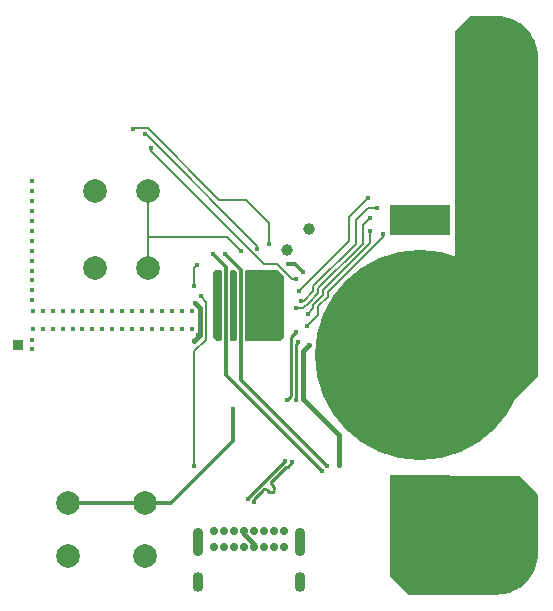
<source format=gbr>
%TF.GenerationSoftware,KiCad,Pcbnew,8.0.7*%
%TF.CreationDate,2025-01-28T02:45:22+13:00*%
%TF.ProjectId,Housens-L,486f7573-656e-4732-9d4c-2e6b69636164,001*%
%TF.SameCoordinates,Original*%
%TF.FileFunction,Copper,L4,Bot*%
%TF.FilePolarity,Positive*%
%FSLAX46Y46*%
G04 Gerber Fmt 4.6, Leading zero omitted, Abs format (unit mm)*
G04 Created by KiCad (PCBNEW 8.0.7) date 2025-01-28 02:45:22*
%MOMM*%
%LPD*%
G01*
G04 APERTURE LIST*
%TA.AperFunction,HeatsinkPad*%
%ADD10C,0.500000*%
%TD*%
%TA.AperFunction,ComponentPad*%
%ADD11R,0.900000X0.900000*%
%TD*%
%TA.AperFunction,ComponentPad*%
%ADD12C,5.600000*%
%TD*%
%TA.AperFunction,ComponentPad*%
%ADD13C,0.700000*%
%TD*%
%TA.AperFunction,ComponentPad*%
%ADD14O,0.900000X2.400000*%
%TD*%
%TA.AperFunction,ComponentPad*%
%ADD15O,0.900000X1.700000*%
%TD*%
%TA.AperFunction,ComponentPad*%
%ADD16C,2.000000*%
%TD*%
%TA.AperFunction,ComponentPad*%
%ADD17C,1.000000*%
%TD*%
%TA.AperFunction,SMDPad,CuDef*%
%ADD18R,5.100000X2.500000*%
%TD*%
%TA.AperFunction,SMDPad,CuDef*%
%ADD19C,17.800000*%
%TD*%
%TA.AperFunction,ViaPad*%
%ADD20C,0.400000*%
%TD*%
%TA.AperFunction,ViaPad*%
%ADD21C,0.450000*%
%TD*%
%TA.AperFunction,ViaPad*%
%ADD22C,0.500000*%
%TD*%
%TA.AperFunction,Conductor*%
%ADD23C,0.400000*%
%TD*%
%TA.AperFunction,Conductor*%
%ADD24C,0.300000*%
%TD*%
%TA.AperFunction,Conductor*%
%ADD25C,0.200000*%
%TD*%
%TA.AperFunction,Conductor*%
%ADD26C,0.275000*%
%TD*%
G04 APERTURE END LIST*
D10*
%TO.P,U4,49,VSS*%
%TO.N,GND*%
X87550000Y-102450000D03*
X86275000Y-102450000D03*
X85000000Y-102450000D03*
X83725000Y-102450000D03*
X82450000Y-102450000D03*
X87550000Y-103725000D03*
X86275000Y-103725000D03*
X85000000Y-103725000D03*
X83725000Y-103725000D03*
X82450000Y-103725000D03*
X87550000Y-105000000D03*
X86275000Y-105000000D03*
X85000000Y-105000000D03*
X83725000Y-105000000D03*
X82450000Y-105000000D03*
X87550000Y-106275000D03*
X86275000Y-106275000D03*
X85000000Y-106275000D03*
X83725000Y-106275000D03*
X82450000Y-106275000D03*
X87550000Y-107550000D03*
X86275000Y-107550000D03*
X85000000Y-107550000D03*
X83725000Y-107550000D03*
X82450000Y-107550000D03*
%TD*%
D11*
%TO.P,AE1,2*%
%TO.N,N/C*%
X65525000Y-108350000D03*
%TD*%
D12*
%TO.P,H2,1,1*%
%TO.N,GND*%
X106000000Y-84000000D03*
%TD*%
%TO.P,H3,1,1*%
%TO.N,+BATT*%
X106000000Y-126000000D03*
%TD*%
D13*
%TO.P,J2,A1,GND*%
%TO.N,GND*%
X82050000Y-124100000D03*
%TO.P,J2,A4,VBUS*%
%TO.N,Net-(J2-VBUS-PadA4)*%
X82900000Y-124100000D03*
%TO.P,J2,A5,CC1*%
%TO.N,unconnected-(J2-CC1-PadA5)*%
X83750000Y-124100000D03*
%TO.P,J2,A6,D+*%
%TO.N,/USB_D_P*%
X84600000Y-124100000D03*
%TO.P,J2,A7,D-*%
%TO.N,/USB_D_N*%
X85450000Y-124100000D03*
%TO.P,J2,A8*%
%TO.N,N/C*%
X86300000Y-124100000D03*
%TO.P,J2,A9,VBUS*%
%TO.N,Net-(J2-VBUS-PadA4)*%
X87150000Y-124100000D03*
%TO.P,J2,A12,GND*%
%TO.N,GND*%
X88000000Y-124100000D03*
%TO.P,J2,B1,GND*%
X88000000Y-125450000D03*
%TO.P,J2,B4,VBUS*%
%TO.N,Net-(J2-VBUS-PadA4)*%
X87150000Y-125450000D03*
%TO.P,J2,B5,CC2*%
%TO.N,unconnected-(J2-CC2-PadB5)*%
X86300000Y-125450000D03*
%TO.P,J2,B6,D+*%
%TO.N,/USB_D_P*%
X85450000Y-125450000D03*
%TO.P,J2,B7,D-*%
%TO.N,/USB_D_N*%
X84600000Y-125450000D03*
%TO.P,J2,B8*%
%TO.N,N/C*%
X83750000Y-125450000D03*
%TO.P,J2,B9,VBUS*%
%TO.N,Net-(J2-VBUS-PadA4)*%
X82900000Y-125450000D03*
%TO.P,J2,B12,GND*%
%TO.N,GND*%
X82050000Y-125450000D03*
D14*
%TO.P,J2,S1,SHIELD*%
X80700000Y-125080000D03*
D15*
X80700000Y-128460000D03*
D14*
X89350000Y-125080000D03*
D15*
X89350000Y-128460000D03*
%TD*%
D16*
%TO.P,SW2,1,1*%
%TO.N,GND*%
X76250000Y-126250000D03*
X69750000Y-126250000D03*
%TO.P,SW2,2,2*%
%TO.N,/USER_BTN*%
X76250000Y-121750000D03*
X69750000Y-121750000D03*
%TD*%
D17*
%TO.P,Y2,1*%
%TO.N,Net-(U4-PC14)*%
X88300000Y-100300000D03*
%TO.P,Y2,2*%
%TO.N,Net-(U4-PC15)*%
X90096051Y-98503949D03*
%TD*%
D18*
%TO.P,BT1,1,+*%
%TO.N,+BATT*%
X99500000Y-120650000D03*
D19*
%TO.P,BT1,2,-*%
%TO.N,GND*%
X99500000Y-109200000D03*
D18*
%TO.P,BT1,3*%
%TO.N,N/C*%
X99500000Y-97750000D03*
%TD*%
D16*
%TO.P,SW1,1,1*%
%TO.N,GND*%
X72000000Y-95300000D03*
X72000000Y-101800000D03*
%TO.P,SW1,2,2*%
%TO.N,Net-(U4-NRST)*%
X76500000Y-95300000D03*
X76500000Y-101800000D03*
%TD*%
D20*
%TO.N,+BATT*%
X89600000Y-102200000D03*
X92650000Y-118500000D03*
X88330000Y-101540000D03*
X90100000Y-108400000D03*
D21*
%TO.N,GND*%
X73461112Y-107000000D03*
X66700000Y-96177778D03*
X80183334Y-105500000D03*
D20*
X103980000Y-93120000D03*
D21*
X78502778Y-107000000D03*
D22*
X107975000Y-100975000D03*
D21*
X66738889Y-105500000D03*
X74301389Y-107000000D03*
X66700000Y-94497222D03*
X66700000Y-107900000D03*
X66700000Y-99538889D03*
X74301389Y-105500000D03*
X66700000Y-103740278D03*
X75141667Y-105500000D03*
X75141667Y-107000000D03*
X66700000Y-102059722D03*
X66700000Y-102900000D03*
X66700000Y-97018056D03*
X71780556Y-107000000D03*
X79343056Y-107000000D03*
X70940278Y-105500000D03*
X67579167Y-105500000D03*
D20*
X103960000Y-95660000D03*
D22*
X104975000Y-91975000D03*
D21*
X77662500Y-105500000D03*
X66738889Y-107000000D03*
X76822223Y-107000000D03*
X66700000Y-95337500D03*
X80183334Y-107000000D03*
X70940278Y-107000000D03*
X68419445Y-105500000D03*
X79343056Y-105500000D03*
D20*
X103920000Y-96930000D03*
D21*
X67579167Y-107000000D03*
D22*
X107975000Y-103975000D03*
D21*
X72620834Y-105500000D03*
X66700000Y-101219445D03*
X66700000Y-104580556D03*
X71780556Y-105500000D03*
X70100000Y-105500000D03*
X66700000Y-108740278D03*
D22*
X107975000Y-91975000D03*
D21*
X66700000Y-98698611D03*
D22*
X107975000Y-94975000D03*
D21*
X66700000Y-100379167D03*
D22*
X107975000Y-97975000D03*
D21*
X75981945Y-107000000D03*
X69259723Y-105500000D03*
X66700000Y-97858333D03*
X77662500Y-107000000D03*
X76822223Y-105500000D03*
X70100000Y-107000000D03*
X75981945Y-105500000D03*
D22*
X107975000Y-88975000D03*
X104975000Y-88975000D03*
D21*
X68419445Y-107000000D03*
X73461112Y-105500000D03*
X78502778Y-105500000D03*
X69259723Y-107000000D03*
X72620834Y-107000000D03*
D20*
%TO.N,+1V8*%
X80500000Y-104800000D03*
X80700000Y-107500000D03*
X80400000Y-108000000D03*
%TO.N,/I2C1_SCL*%
X86700000Y-99800000D03*
X75250000Y-90050000D03*
%TO.N,/I2C1_SDA*%
X76750000Y-91659314D03*
X89000000Y-102750000D03*
%TO.N,Net-(U4-NRST)*%
X84400000Y-100400000D03*
%TO.N,/SPI1_MOSI*%
X80633861Y-101566139D03*
X80400000Y-103400000D03*
%TO.N,/FUEL_CTL*%
X91250000Y-119050000D03*
X82000000Y-100650000D03*
%TO.N,/SWDIO_JTMS*%
X96400000Y-99000000D03*
X89987500Y-106750000D03*
%TO.N,/JTDI*%
X89050000Y-105250000D03*
X95300000Y-97600000D03*
%TO.N,/JTRST*%
X89274991Y-103821445D03*
X95150000Y-95942893D03*
%TO.N,/SWCLK_JTCK*%
X90000000Y-105750000D03*
X95300000Y-98700000D03*
%TO.N,/SWTRACE_JTDO*%
X95850000Y-96750000D03*
X89425000Y-104675000D03*
%TO.N,/USB_D_N*%
X89200000Y-108100000D03*
X89000000Y-113000000D03*
X85452599Y-121623377D03*
X88700000Y-118300000D03*
%TO.N,/USB_D_P*%
X88100000Y-118200000D03*
X88299997Y-113000000D03*
X89062500Y-107250000D03*
X84950000Y-121400000D03*
%TO.N,/OPT_INT*%
X76250000Y-90522917D03*
X85735357Y-100228249D03*
%TO.N,/USB_DETECT*%
X80950000Y-104250000D03*
X80400000Y-118600000D03*
%TO.N,/FUEL_ADC*%
X83000000Y-100650000D03*
X91650000Y-118600000D03*
%TO.N,/USER_BTN*%
X83700000Y-113800000D03*
%TD*%
D23*
%TO.N,+BATT*%
X89600000Y-112952187D02*
X92650000Y-116002187D01*
X90100000Y-108400000D02*
X89600000Y-108900000D01*
X92650000Y-116002187D02*
X92650000Y-118500000D01*
D24*
X89600000Y-102200000D02*
X88930000Y-101530000D01*
D23*
X89600000Y-108900000D02*
X89600000Y-112952187D01*
D24*
X88930000Y-101530000D02*
X88340000Y-101530000D01*
X88340000Y-101530000D02*
X88330000Y-101540000D01*
D23*
%TO.N,+1V8*%
X80900000Y-105200000D02*
X80900000Y-107500000D01*
D25*
X80700000Y-107700000D02*
X80700000Y-107500000D01*
X80700000Y-107500000D02*
X80705307Y-107505307D01*
D23*
X80900000Y-107500000D02*
X80400000Y-108000000D01*
X80500000Y-104800000D02*
X80900000Y-105200000D01*
D25*
X80400000Y-108000000D02*
X80700000Y-107700000D01*
%TO.N,/I2C1_SCL*%
X82534190Y-96100000D02*
X76457107Y-90022917D01*
X86700000Y-99800000D02*
X86700000Y-98013603D01*
X75277083Y-90022917D02*
X75250000Y-90050000D01*
X86700000Y-98013603D02*
X84786397Y-96100000D01*
X76457107Y-90022917D02*
X75277083Y-90022917D01*
X84786397Y-96100000D02*
X82534190Y-96100000D01*
%TO.N,/I2C1_SDA*%
X76750000Y-91950000D02*
X76750000Y-91659314D01*
X88650000Y-102750000D02*
X87400000Y-101500000D01*
X86300000Y-101500000D02*
X76750000Y-91950000D01*
X87400000Y-101500000D02*
X86300000Y-101500000D01*
X89000000Y-102750000D02*
X88650000Y-102750000D01*
%TO.N,Net-(U4-NRST)*%
X84400000Y-100400000D02*
X83200000Y-99200000D01*
X76500000Y-95300000D02*
X76500000Y-99200000D01*
X76500000Y-99200000D02*
X76500000Y-101800000D01*
X83200000Y-99200000D02*
X76500000Y-99200000D01*
%TO.N,/SPI1_MOSI*%
X80400000Y-101800000D02*
X80400000Y-103400000D01*
X80633861Y-101566139D02*
X80400000Y-101800000D01*
D24*
%TO.N,/FUEL_CTL*%
X83075000Y-101725000D02*
X82000000Y-100650000D01*
X83075000Y-110875000D02*
X83075000Y-101725000D01*
X91250000Y-119050000D02*
X83075000Y-110875000D01*
D25*
%TO.N,/SWDIO_JTMS*%
X91700000Y-103900000D02*
X91700000Y-104300000D01*
X96400000Y-99000000D02*
X96400000Y-99200000D01*
X96400000Y-99200000D02*
X91700000Y-103900000D01*
X89987500Y-106750000D02*
X89987500Y-106737500D01*
X90900000Y-105100000D02*
X90900000Y-105837500D01*
X90900000Y-105837500D02*
X89987500Y-106750000D01*
X91700000Y-104300000D02*
X90900000Y-105100000D01*
%TO.N,/JTDI*%
X90900000Y-103968628D02*
X90100000Y-104768628D01*
X90100000Y-104800000D02*
X89650000Y-105250000D01*
X89650000Y-105250000D02*
X89050000Y-105250000D01*
X90900000Y-103568628D02*
X90900000Y-103968628D01*
X94700000Y-98200000D02*
X94700000Y-99768628D01*
X94700000Y-99768628D02*
X90900000Y-103568628D01*
X95300000Y-97600000D02*
X94700000Y-98200000D01*
X90100000Y-104768628D02*
X90100000Y-104800000D01*
%TO.N,/JTRST*%
X93550000Y-99546436D02*
X89274991Y-103821445D01*
X95150000Y-95942893D02*
X95123652Y-95942893D01*
X95123652Y-95942893D02*
X93550000Y-97516545D01*
X93550000Y-97516545D02*
X93550000Y-99546436D01*
%TO.N,/SWCLK_JTCK*%
X95300000Y-98700000D02*
X95300000Y-99734314D01*
X95300000Y-99734314D02*
X91300000Y-103734314D01*
X91300000Y-103734314D02*
X91300000Y-104134314D01*
X90500000Y-105250000D02*
X90000000Y-105750000D01*
X91300000Y-104134314D02*
X90500000Y-104934314D01*
X90500000Y-104934314D02*
X90500000Y-105250000D01*
%TO.N,/SWTRACE_JTDO*%
X94100000Y-97800000D02*
X94100000Y-99802942D01*
X95850000Y-96750000D02*
X95150000Y-96750000D01*
X90500000Y-103802942D02*
X89700000Y-104602942D01*
X90500000Y-103402942D02*
X90500000Y-103802942D01*
X94100000Y-99802942D02*
X90500000Y-103402942D01*
X89700000Y-104634314D02*
X89659314Y-104675000D01*
X89700000Y-104602942D02*
X89700000Y-104634314D01*
X89659314Y-104675000D02*
X89425000Y-104675000D01*
X95150000Y-96750000D02*
X94100000Y-97800000D01*
D26*
%TO.N,/USB_D_N*%
X89000000Y-108300000D02*
X89000000Y-113000000D01*
X86997607Y-119882719D02*
X87082461Y-119797868D01*
X88312500Y-118687500D02*
X88700000Y-118300000D01*
X87060076Y-120793717D02*
X87144928Y-120708864D01*
X85452599Y-121623377D02*
X85452599Y-121427731D01*
X87533943Y-119346387D02*
X88192830Y-118687500D01*
X87144928Y-120369452D02*
X86997607Y-120222131D01*
X85452599Y-121427731D02*
X86233933Y-120646397D01*
X89200000Y-108100000D02*
X89000000Y-108300000D01*
X86573344Y-120646397D02*
X86720664Y-120793717D01*
X88192830Y-118687500D02*
X88312500Y-118687500D01*
X87082461Y-119797868D02*
X87533943Y-119346387D01*
X86997607Y-120222131D02*
G75*
G02*
X86997582Y-119882694I169693J169731D01*
G01*
X86720664Y-120793717D02*
G75*
G03*
X87060076Y-120793717I169706J169704D01*
G01*
X87144928Y-120708864D02*
G75*
G03*
X87144886Y-120369494I-169728J169664D01*
G01*
X86233933Y-120646397D02*
G75*
G02*
X86573344Y-120646396I169706J-169707D01*
G01*
D23*
%TO.N,/USB_D_P*%
X84600000Y-124389339D02*
X85450000Y-125239339D01*
D26*
X88624999Y-112674998D02*
X88299997Y-113000000D01*
X88624999Y-107675001D02*
X88624999Y-112674998D01*
X89050000Y-107250000D02*
X88624999Y-107675001D01*
D23*
X85450000Y-125239339D02*
X85450000Y-125450000D01*
D26*
X89062500Y-107250000D02*
X89050000Y-107250000D01*
D23*
X84600000Y-124100000D02*
X84600000Y-124389339D01*
D26*
X88100000Y-118200000D02*
X84950000Y-121350000D01*
X84950000Y-121350000D02*
X84950000Y-121400000D01*
D25*
%TO.N,/OPT_INT*%
X76320710Y-90522917D02*
X76250000Y-90522917D01*
X85735357Y-100228249D02*
X85735357Y-99937564D01*
X85735357Y-99937564D02*
X76320710Y-90522917D01*
%TO.N,/USB_DETECT*%
X81400000Y-104700000D02*
X81400000Y-107900000D01*
X80400000Y-108900000D02*
X80400000Y-118600000D01*
X81400000Y-107900000D02*
X80400000Y-108900000D01*
X80950000Y-104250000D02*
X81400000Y-104700000D01*
D24*
%TO.N,/FUEL_ADC*%
X91650000Y-118600000D02*
X84350000Y-111300000D01*
X84350000Y-111300000D02*
X84350000Y-102000000D01*
X84350000Y-102000000D02*
X83000000Y-100650000D01*
%TO.N,/USER_BTN*%
X83700000Y-116500000D02*
X78450000Y-121750000D01*
X83700000Y-113800000D02*
X83700000Y-116500000D01*
X78450000Y-121750000D02*
X69750000Y-121750000D01*
%TD*%
%TA.AperFunction,Conductor*%
%TO.N,+BATT*%
G36*
X107948975Y-119484283D02*
G01*
X108015861Y-119504480D01*
X108036041Y-119520934D01*
X109463517Y-120959390D01*
X109496766Y-121020841D01*
X109499500Y-121046735D01*
X109499500Y-125996948D01*
X109499351Y-126003033D01*
X109482947Y-126336928D01*
X109481754Y-126349037D01*
X109433151Y-126676694D01*
X109430777Y-126688630D01*
X109350292Y-127009944D01*
X109346759Y-127021588D01*
X109235170Y-127333459D01*
X109230514Y-127344702D01*
X109088885Y-127644151D01*
X109083148Y-127654883D01*
X108912862Y-127938988D01*
X108906102Y-127949106D01*
X108708775Y-128215170D01*
X108701055Y-128224576D01*
X108478611Y-128470006D01*
X108470006Y-128478611D01*
X108224576Y-128701055D01*
X108215170Y-128708775D01*
X107949106Y-128906102D01*
X107938988Y-128912862D01*
X107654883Y-129083148D01*
X107644151Y-129088885D01*
X107344702Y-129230514D01*
X107333459Y-129235170D01*
X107021588Y-129346759D01*
X107009944Y-129350292D01*
X106688630Y-129430777D01*
X106676694Y-129433151D01*
X106349037Y-129481754D01*
X106336928Y-129482947D01*
X106021989Y-129498419D01*
X106003031Y-129499351D01*
X105996949Y-129499500D01*
X98548325Y-129499500D01*
X98481286Y-129479815D01*
X98460851Y-129463388D01*
X97026849Y-128036134D01*
X96993219Y-127974890D01*
X96990324Y-127948836D01*
X96959678Y-121451787D01*
X96979047Y-121384657D01*
X96996121Y-121363398D01*
X98913250Y-119451907D01*
X98974622Y-119418513D01*
X99001751Y-119415722D01*
X107948975Y-119484283D01*
G37*
%TD.AperFunction*%
%TD*%
%TA.AperFunction,Conductor*%
%TO.N,GND*%
G36*
X106003032Y-80500648D02*
G01*
X106336929Y-80517052D01*
X106349037Y-80518245D01*
X106452146Y-80533539D01*
X106676699Y-80566849D01*
X106688617Y-80569219D01*
X107009951Y-80649709D01*
X107021588Y-80653240D01*
X107092806Y-80678722D01*
X107333467Y-80764832D01*
X107344688Y-80769479D01*
X107644163Y-80911120D01*
X107654871Y-80916844D01*
X107938988Y-81087137D01*
X107949106Y-81093897D01*
X108215170Y-81291224D01*
X108224576Y-81298944D01*
X108470013Y-81521395D01*
X108478604Y-81529986D01*
X108663804Y-81734323D01*
X108701055Y-81775423D01*
X108708775Y-81784829D01*
X108906102Y-82050893D01*
X108912862Y-82061011D01*
X109041776Y-82276092D01*
X109083148Y-82345116D01*
X109088883Y-82355844D01*
X109222096Y-82637500D01*
X109230514Y-82655297D01*
X109235170Y-82666540D01*
X109346759Y-82978411D01*
X109350292Y-82990055D01*
X109430777Y-83311369D01*
X109433151Y-83323305D01*
X109481754Y-83650962D01*
X109482947Y-83663071D01*
X109499351Y-83996966D01*
X109499500Y-84003051D01*
X109499500Y-110949138D01*
X109479815Y-111016177D01*
X109463181Y-111036819D01*
X107036319Y-113463681D01*
X106974996Y-113497166D01*
X106948638Y-113500000D01*
X105551362Y-113500000D01*
X105484323Y-113480315D01*
X105463681Y-113463681D01*
X102536319Y-110536319D01*
X102502834Y-110474996D01*
X102500000Y-110448638D01*
X102500000Y-81801362D01*
X102519685Y-81734323D01*
X102536319Y-81713681D01*
X103713181Y-80536819D01*
X103774504Y-80503334D01*
X103800862Y-80500500D01*
X105934108Y-80500500D01*
X105996949Y-80500500D01*
X106003032Y-80500648D01*
G37*
%TD.AperFunction*%
%TD*%
%TA.AperFunction,Conductor*%
%TO.N,GND*%
G36*
X82667539Y-102019685D02*
G01*
X82713294Y-102072489D01*
X82724500Y-102124000D01*
X82724500Y-107876000D01*
X82704815Y-107943039D01*
X82652011Y-107988794D01*
X82600500Y-108000000D01*
X82301362Y-108000000D01*
X82234323Y-107980315D01*
X82213681Y-107963681D01*
X82036319Y-107786319D01*
X82002834Y-107724996D01*
X82000000Y-107698638D01*
X82000000Y-102301362D01*
X82019685Y-102234323D01*
X82036319Y-102213681D01*
X82213681Y-102036319D01*
X82275004Y-102002834D01*
X82301362Y-102000000D01*
X82600500Y-102000000D01*
X82667539Y-102019685D01*
G37*
%TD.AperFunction*%
%TA.AperFunction,Conductor*%
G36*
X83869996Y-102019685D02*
G01*
X83890638Y-102036319D01*
X83963181Y-102108862D01*
X83996666Y-102170185D01*
X83999500Y-102196543D01*
X83999500Y-107876000D01*
X83979815Y-107943039D01*
X83927011Y-107988794D01*
X83875500Y-108000000D01*
X83549500Y-108000000D01*
X83482461Y-107980315D01*
X83436706Y-107927511D01*
X83425500Y-107876000D01*
X83425500Y-102124000D01*
X83445185Y-102056961D01*
X83497989Y-102011206D01*
X83549500Y-102000000D01*
X83802957Y-102000000D01*
X83869996Y-102019685D01*
G37*
%TD.AperFunction*%
%TA.AperFunction,Conductor*%
G36*
X87490706Y-102019685D02*
G01*
X87511348Y-102036319D01*
X87963681Y-102488652D01*
X87997166Y-102549975D01*
X88000000Y-102576333D01*
X88000000Y-107698638D01*
X87980315Y-107765677D01*
X87963681Y-107786319D01*
X87786319Y-107963681D01*
X87724996Y-107997166D01*
X87698638Y-108000000D01*
X84824500Y-108000000D01*
X84757461Y-107980315D01*
X84711706Y-107927511D01*
X84700500Y-107876000D01*
X84700500Y-102124000D01*
X84720185Y-102056961D01*
X84772989Y-102011206D01*
X84824500Y-102000000D01*
X87423667Y-102000000D01*
X87490706Y-102019685D01*
G37*
%TD.AperFunction*%
%TD*%
M02*

</source>
